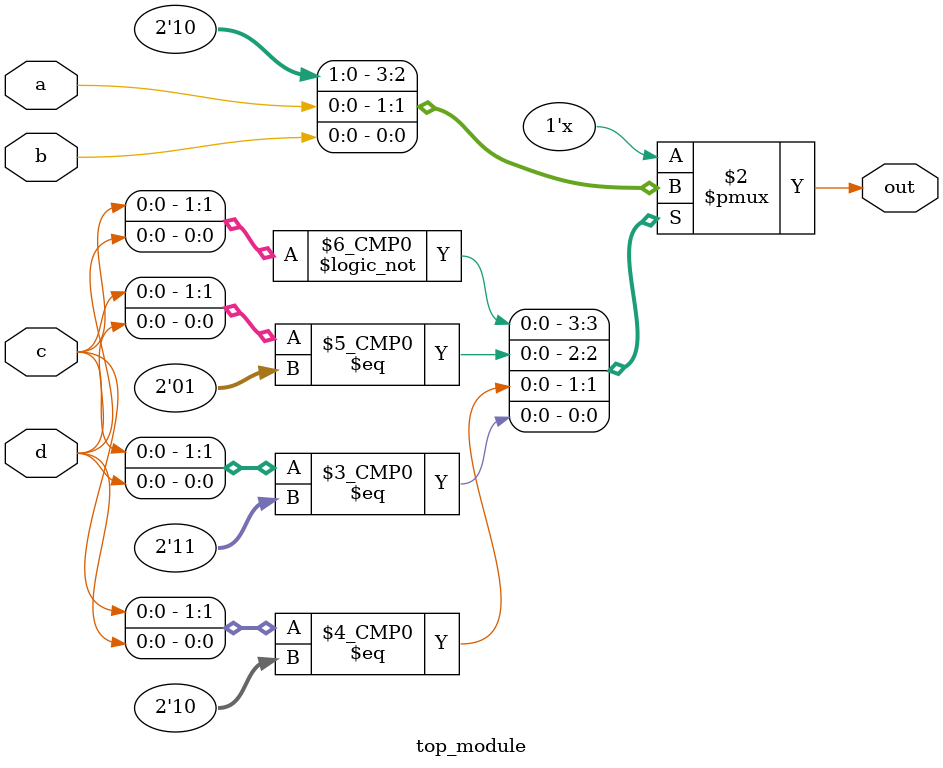
<source format=sv>
module top_module (
	input a, 
	input b,
	input c,
	input d,
	output reg out
);

always @(a or b or c or d)
begin
	case ({c, d})
		2'b00:
			out = 1'b1;
		2'b01:
			out = 1'b0;
		2'b10:
			out = a;
		2'b11:
			out = b;
		default:
			out = 1'b0;
	endcase
end

endmodule

</source>
